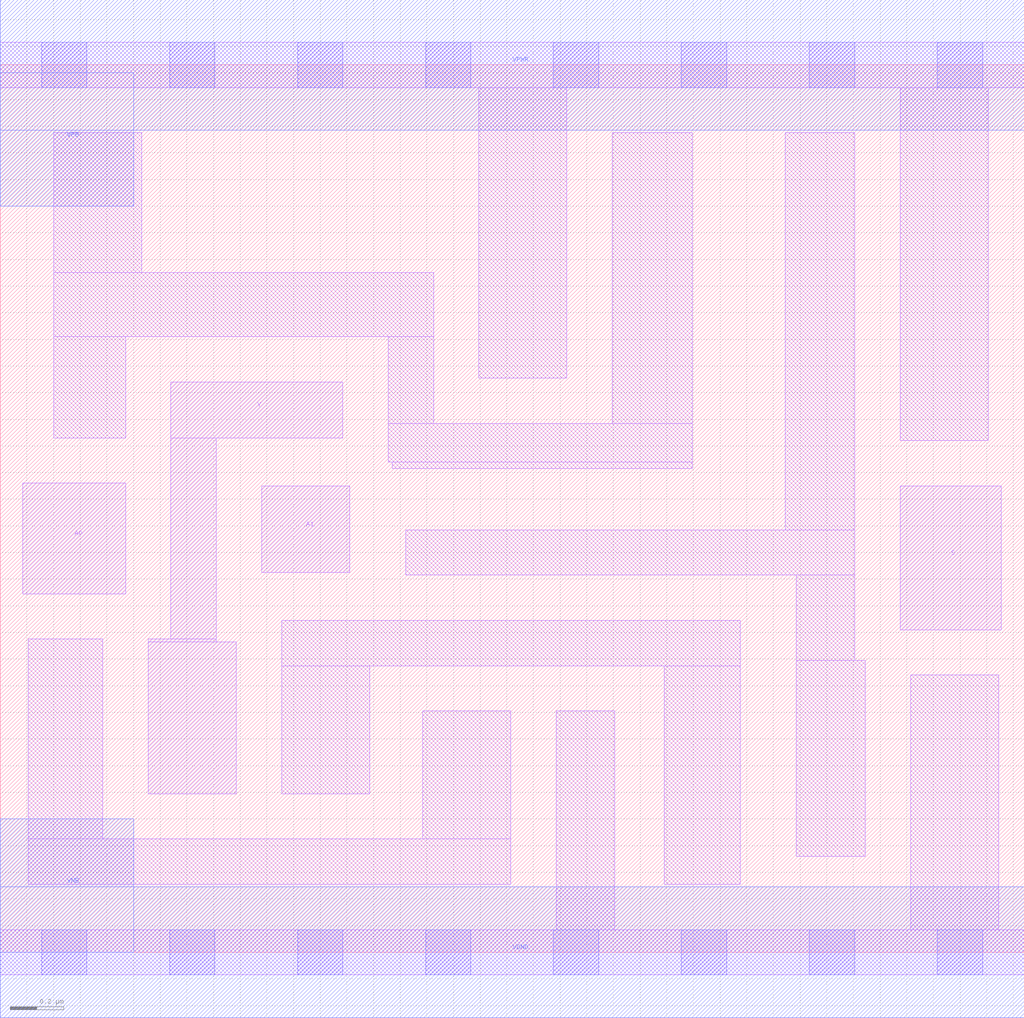
<source format=lef>
# Copyright 2020 The SkyWater PDK Authors
#
# Licensed under the Apache License, Version 2.0 (the "License");
# you may not use this file except in compliance with the License.
# You may obtain a copy of the License at
#
#     https://www.apache.org/licenses/LICENSE-2.0
#
# Unless required by applicable law or agreed to in writing, software
# distributed under the License is distributed on an "AS IS" BASIS,
# WITHOUT WARRANTIES OR CONDITIONS OF ANY KIND, either express or implied.
# See the License for the specific language governing permissions and
# limitations under the License.
#
# SPDX-License-Identifier: Apache-2.0

VERSION 5.5 ;
NAMESCASESENSITIVE ON ;
BUSBITCHARS "[]" ;
DIVIDERCHAR "/" ;
MACRO sky130_fd_sc_lp__mux2i_1
  CLASS CORE ;
  SOURCE USER ;
  ORIGIN  0.000000  0.000000 ;
  SIZE  3.840000 BY  3.330000 ;
  SYMMETRY X Y R90 ;
  SITE unit ;
  PIN A0
    ANTENNAGATEAREA  0.315000 ;
    DIRECTION INPUT ;
    USE SIGNAL ;
    PORT
      LAYER li1 ;
        RECT 0.085000 1.345000 0.470000 1.760000 ;
    END
  END A0
  PIN A1
    ANTENNAGATEAREA  0.315000 ;
    DIRECTION INPUT ;
    USE SIGNAL ;
    PORT
      LAYER li1 ;
        RECT 0.980000 1.425000 1.310000 1.750000 ;
    END
  END A1
  PIN S
    ANTENNAGATEAREA  0.630000 ;
    DIRECTION INPUT ;
    USE SIGNAL ;
    PORT
      LAYER li1 ;
        RECT 3.375000 1.210000 3.755000 1.750000 ;
    END
  END S
  PIN Y
    ANTENNADIFFAREA  0.693000 ;
    DIRECTION OUTPUT ;
    USE SIGNAL ;
    PORT
      LAYER li1 ;
        RECT 0.555000 0.595000 0.885000 1.165000 ;
        RECT 0.555000 1.165000 0.810000 1.175000 ;
        RECT 0.640000 1.175000 0.810000 1.930000 ;
        RECT 0.640000 1.930000 1.285000 2.140000 ;
    END
  END Y
  PIN VGND
    DIRECTION INOUT ;
    USE GROUND ;
    PORT
      LAYER met1 ;
        RECT 0.000000 -0.245000 3.840000 0.245000 ;
    END
  END VGND
  PIN VNB
    DIRECTION INOUT ;
    USE GROUND ;
    PORT
      LAYER met1 ;
        RECT 0.000000 0.000000 0.500000 0.500000 ;
    END
  END VNB
  PIN VPB
    DIRECTION INOUT ;
    USE POWER ;
    PORT
      LAYER met1 ;
        RECT 0.000000 2.800000 0.500000 3.300000 ;
    END
  END VPB
  PIN VPWR
    DIRECTION INOUT ;
    USE POWER ;
    PORT
      LAYER met1 ;
        RECT 0.000000 3.085000 3.840000 3.575000 ;
    END
  END VPWR
  OBS
    LAYER li1 ;
      RECT 0.000000 -0.085000 3.840000 0.085000 ;
      RECT 0.000000  3.245000 3.840000 3.415000 ;
      RECT 0.105000  0.255000 1.915000 0.425000 ;
      RECT 0.105000  0.425000 0.385000 1.175000 ;
      RECT 0.200000  1.930000 0.470000 2.310000 ;
      RECT 0.200000  2.310000 1.625000 2.550000 ;
      RECT 0.200000  2.550000 0.530000 3.075000 ;
      RECT 1.055000  0.595000 1.385000 1.075000 ;
      RECT 1.055000  1.075000 2.775000 1.245000 ;
      RECT 1.455000  1.840000 2.595000 1.985000 ;
      RECT 1.455000  1.985000 1.625000 2.310000 ;
      RECT 1.470000  1.815000 2.595000 1.840000 ;
      RECT 1.520000  1.415000 3.205000 1.585000 ;
      RECT 1.585000  0.425000 1.915000 0.905000 ;
      RECT 1.795000  2.155000 2.125000 3.245000 ;
      RECT 2.085000  0.085000 2.305000 0.905000 ;
      RECT 2.295000  1.985000 2.595000 3.075000 ;
      RECT 2.490000  0.255000 2.775000 1.075000 ;
      RECT 2.945000  1.585000 3.205000 3.075000 ;
      RECT 2.985000  0.360000 3.245000 1.095000 ;
      RECT 2.985000  1.095000 3.205000 1.415000 ;
      RECT 3.375000  1.920000 3.705000 3.245000 ;
      RECT 3.415000  0.085000 3.745000 1.040000 ;
    LAYER mcon ;
      RECT 0.155000 -0.085000 0.325000 0.085000 ;
      RECT 0.155000  3.245000 0.325000 3.415000 ;
      RECT 0.635000 -0.085000 0.805000 0.085000 ;
      RECT 0.635000  3.245000 0.805000 3.415000 ;
      RECT 1.115000 -0.085000 1.285000 0.085000 ;
      RECT 1.115000  3.245000 1.285000 3.415000 ;
      RECT 1.595000 -0.085000 1.765000 0.085000 ;
      RECT 1.595000  3.245000 1.765000 3.415000 ;
      RECT 2.075000 -0.085000 2.245000 0.085000 ;
      RECT 2.075000  3.245000 2.245000 3.415000 ;
      RECT 2.555000 -0.085000 2.725000 0.085000 ;
      RECT 2.555000  3.245000 2.725000 3.415000 ;
      RECT 3.035000 -0.085000 3.205000 0.085000 ;
      RECT 3.035000  3.245000 3.205000 3.415000 ;
      RECT 3.515000 -0.085000 3.685000 0.085000 ;
      RECT 3.515000  3.245000 3.685000 3.415000 ;
  END
END sky130_fd_sc_lp__mux2i_1
END LIBRARY

</source>
